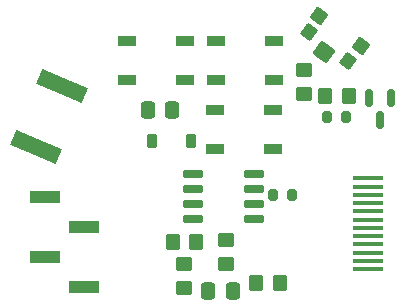
<source format=gbr>
%TF.GenerationSoftware,KiCad,Pcbnew,8.0.1*%
%TF.CreationDate,2024-05-06T20:27:01+02:00*%
%TF.ProjectId,SenseLoraCAM,53656e73-654c-46f7-9261-43414d2e6b69,rev?*%
%TF.SameCoordinates,Original*%
%TF.FileFunction,Paste,Bot*%
%TF.FilePolarity,Positive*%
%FSLAX46Y46*%
G04 Gerber Fmt 4.6, Leading zero omitted, Abs format (unit mm)*
G04 Created by KiCad (PCBNEW 8.0.1) date 2024-05-06 20:27:01*
%MOMM*%
%LPD*%
G01*
G04 APERTURE LIST*
G04 Aperture macros list*
%AMRoundRect*
0 Rectangle with rounded corners*
0 $1 Rounding radius*
0 $2 $3 $4 $5 $6 $7 $8 $9 X,Y pos of 4 corners*
0 Add a 4 corners polygon primitive as box body*
4,1,4,$2,$3,$4,$5,$6,$7,$8,$9,$2,$3,0*
0 Add four circle primitives for the rounded corners*
1,1,$1+$1,$2,$3*
1,1,$1+$1,$4,$5*
1,1,$1+$1,$6,$7*
1,1,$1+$1,$8,$9*
0 Add four rect primitives between the rounded corners*
20,1,$1+$1,$2,$3,$4,$5,0*
20,1,$1+$1,$4,$5,$6,$7,0*
20,1,$1+$1,$6,$7,$8,$9,0*
20,1,$1+$1,$8,$9,$2,$3,0*%
%AMRotRect*
0 Rectangle, with rotation*
0 The origin of the aperture is its center*
0 $1 length*
0 $2 width*
0 $3 Rotation angle, in degrees counterclockwise*
0 Add horizontal line*
21,1,$1,$2,0,0,$3*%
G04 Aperture macros list end*
%ADD10RotRect,1.350000X4.200000X247.000000*%
%ADD11RoundRect,0.250000X-0.337500X-0.475000X0.337500X-0.475000X0.337500X0.475000X-0.337500X0.475000X0*%
%ADD12RoundRect,0.250000X0.450000X-0.350000X0.450000X0.350000X-0.450000X0.350000X-0.450000X-0.350000X0*%
%ADD13R,1.500000X0.900000*%
%ADD14RoundRect,0.250000X0.350000X0.450000X-0.350000X0.450000X-0.350000X-0.450000X0.350000X-0.450000X0*%
%ADD15R,2.500000X0.350000*%
%ADD16RoundRect,0.200000X0.200000X0.275000X-0.200000X0.275000X-0.200000X-0.275000X0.200000X-0.275000X0*%
%ADD17R,2.510000X1.000000*%
%ADD18RoundRect,0.225000X0.225000X0.375000X-0.225000X0.375000X-0.225000X-0.375000X0.225000X-0.375000X0*%
%ADD19RoundRect,0.250000X0.337500X0.475000X-0.337500X0.475000X-0.337500X-0.475000X0.337500X-0.475000X0*%
%ADD20RoundRect,0.150000X-0.150000X0.587500X-0.150000X-0.587500X0.150000X-0.587500X0.150000X0.587500X0*%
%ADD21RoundRect,0.165000X-0.567158X-0.125625X0.055785X-0.578220X0.567158X0.125625X-0.055785X0.578220X0*%
%ADD22RoundRect,0.180000X-0.586657X-0.092917X0.092917X-0.586657X0.586657X0.092917X-0.092917X0.586657X0*%
%ADD23RoundRect,0.210000X-0.724884X-0.079014X0.148854X-0.713822X0.724884X0.079014X-0.148854X0.713822X0*%
%ADD24RoundRect,0.250000X-0.350000X-0.450000X0.350000X-0.450000X0.350000X0.450000X-0.350000X0.450000X0*%
%ADD25RoundRect,0.250000X-0.450000X0.350000X-0.450000X-0.350000X0.450000X-0.350000X0.450000X0.350000X0*%
%ADD26RoundRect,0.200000X-0.200000X-0.275000X0.200000X-0.275000X0.200000X0.275000X-0.200000X0.275000X0*%
%ADD27RoundRect,0.150000X0.725000X0.150000X-0.725000X0.150000X-0.725000X-0.150000X0.725000X-0.150000X0*%
G04 APERTURE END LIST*
D10*
%TO.C,AE1*%
X100320022Y-70294942D03*
X98112392Y-75495794D03*
%TD*%
D11*
%TO.C,C3*%
X112725000Y-87700000D03*
X114800000Y-87700000D03*
%TD*%
D12*
%TO.C,R21*%
X120800000Y-71000000D03*
X120800000Y-69000000D03*
%TD*%
D13*
%TO.C,D6*%
X105850000Y-69800000D03*
X105850000Y-66500000D03*
X110750000Y-66500000D03*
X110750000Y-69800000D03*
%TD*%
D14*
%TO.C,R19*%
X118775000Y-87000000D03*
X116775000Y-87000000D03*
%TD*%
D15*
%TO.C,U5*%
X126275000Y-78150000D03*
X126275000Y-78850000D03*
X126275000Y-79550000D03*
X126275000Y-80250000D03*
X126275000Y-80950000D03*
X126275000Y-81650000D03*
X126275000Y-82350000D03*
X126275000Y-83050000D03*
X126275000Y-83750000D03*
X126275000Y-84450000D03*
X126275000Y-85150000D03*
X126275000Y-85850000D03*
%TD*%
D16*
%TO.C,R16*%
X124425000Y-73000000D03*
X122775000Y-73000000D03*
%TD*%
D17*
%TO.C,J5*%
X98890000Y-79760000D03*
X102200000Y-82300000D03*
X98890000Y-84840000D03*
X102200000Y-87380000D03*
%TD*%
D18*
%TO.C,D2*%
X111300000Y-75000000D03*
X108000000Y-75000000D03*
%TD*%
D19*
%TO.C,C6*%
X109675000Y-72400000D03*
X107600000Y-72400000D03*
%TD*%
D20*
%TO.C,Q1*%
X126300000Y-71375000D03*
X128200000Y-71375000D03*
X127250000Y-73250000D03*
%TD*%
D21*
%TO.C,SW2*%
X121246640Y-65774433D03*
X124563608Y-68184353D03*
D22*
X122065743Y-64391839D03*
D23*
X122537758Y-67485029D03*
D22*
X125625418Y-66978094D03*
%TD*%
D12*
%TO.C,R2*%
X114200000Y-85400000D03*
X114200000Y-83400000D03*
%TD*%
D13*
%TO.C,D7*%
X113400000Y-69800000D03*
X113400000Y-66500000D03*
X118300000Y-66500000D03*
X118300000Y-69800000D03*
%TD*%
D24*
%TO.C,R17*%
X122625000Y-71200000D03*
X124625000Y-71200000D03*
%TD*%
D13*
%TO.C,D1*%
X113300000Y-75650000D03*
X113300000Y-72350000D03*
X118200000Y-72350000D03*
X118200000Y-75650000D03*
%TD*%
D24*
%TO.C,R3*%
X109700000Y-83500000D03*
X111700000Y-83500000D03*
%TD*%
D25*
%TO.C,R7*%
X110700000Y-85400000D03*
X110700000Y-87400000D03*
%TD*%
D26*
%TO.C,R18*%
X118200000Y-79600000D03*
X119850000Y-79600000D03*
%TD*%
D27*
%TO.C,U6*%
X116600000Y-77790000D03*
X116600000Y-79060000D03*
X116600000Y-80330000D03*
X116600000Y-81600000D03*
X111450000Y-81600000D03*
X111450000Y-80330000D03*
X111450000Y-79060000D03*
X111450000Y-77790000D03*
%TD*%
M02*

</source>
